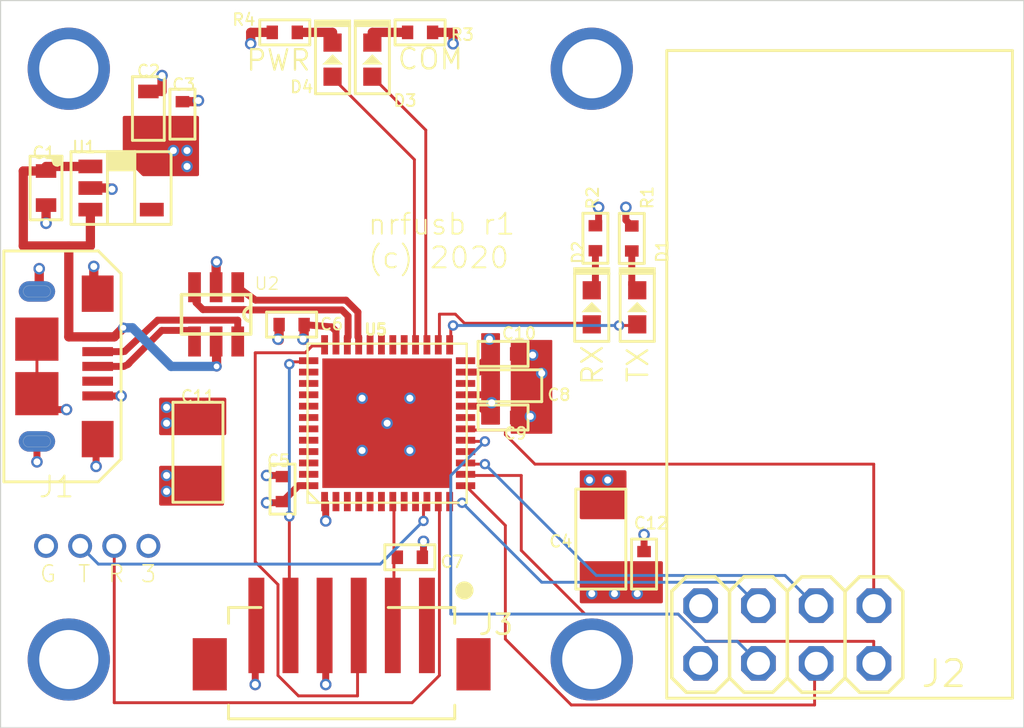
<source format=kicad_pcb>
(kicad_pcb (version 20221018) (generator pcbnew)
  (layers (0 "F.Cu" signal) (1 "In1.Cu" signal) (2 "In2.Cu" signal) (31 "B.Cu" signal) (34 "B.Paste" user) (35 "F.Paste" user) (36 "B.SilkS" user "B.Silkscreen") (37 "F.SilkS" user "F.Silkscreen") (38 "B.Mask" user) (39 "F.Mask" user) (44 "Edge.Cuts" user))
  (net 0 "")
  (net 1 "GND")
  (net 2 "VBUS")
  (net 3 "USB_D_N")
  (net 4 "USB_D_P")
  (net 5 "USB_F_N")
  (net 6 "USB_F_P")
  (net 7 "+3V3")
  (net 8 "NRST")
  (net 9 "SWCLK")
  (net 10 "SWDIO")
  (net 11 "N$3")
  (net 12 "N$4")
  (net 13 "N$5")
  (net 14 "N$6")
  (net 15 "LED_RF_TX")
  (net 16 "LED_RF_RX")
  (net 17 "LED_COM")
  (net 18 "LED_PWR")
  (net 19 "DEBUG_TX")
  (net 20 "DEBUG_RX")
  (net 21 "NRF_IRQ")
  (net 22 "NRF_MOSI")
  (net 23 "NRF_CS")
  (net 24 "NRF_MISO")
  (net 25 "NRF_SCK")
  (net 26 "NRF_CE")
  (footprint "nrfusb:R0402" (layer "F.Cu") (at 152.1611 99.4636 -90)
    (fp_text reference "R2")
    (fp_text value "220" hide)
  )
  (footprint "nrfusb:C0402" (layer "F.Cu") (at 154.3011 113.8036 90)
    (fp_text reference "C12")
    (fp_text value "0.1uF" hide)
  )
  (footprint "nrfusb:C1206" (layer "F.Cu") (at 134.6811 108.8836 -90)
    (fp_text reference "C11")
    (fp_text value "10uF" hide)
  )
  (footprint "nrfusb:24AWG_PAD" (layer "F.Cu") (at 131.0011 113.0036)
    (fp_text reference "DRX0" hide)
    (fp_text value "PAD24AWG_PAD" hide)
  )
  (footprint "nrfusb:C0402" (layer "F.Cu") (at 138.4011 110.5036 90)
    (fp_text reference "C5")
    (fp_text value "0.1uF" hide)
  )
  (footprint "nrfusb:C1206" (layer "F.Cu") (at 152.4011 112.7036 90)
    (fp_text reference "C4")
    (fp_text value "10uF" hide)
  )
  (footprint "nrfusb:LED0603" (layer "F.Cu") (at 154.0011 102.5036 -90)
    (fp_text reference "D1")
    (fp_text value "MF-LED-0603-GREEN" hide)
  )
  (footprint "nrfusb:C0603" (layer "F.Cu") (at 128.0011 97.2536 -90)
    (fp_text reference "C1")
    (fp_text value "1uF" hide)
  )
  (footprint "nrfusb:R0402" (layer "F.Cu") (at 138.5011 90.4036)
    (fp_text reference "R4")
    (fp_text value "220" hide)
  )
  (footprint "nrfusb:R0402" (layer "F.Cu") (at 153.7611 99.4736 -90)
    (fp_text reference "R1")
    (fp_text value "220" hide)
  )
  (footprint "nrfusb:M2.5MOUNT" (layer "F.Cu") (at 129.0011 118.0036)
    (fp_text reference "M3" hide)
    (fp_text value "MOUNT" hide)
  )
  (footprint "nrfusb:QFN50P700X700X60-49N" (layer "F.Cu") (at 143.0011 107.6036 90)
    (fp_text reference "U5")
    (fp_text value "STM32G474CEU6" hide)
  )
  (footprint "nrfusb:C0402" (layer "F.Cu") (at 148.1011 104.5536)
    (fp_text reference "C10")
    (fp_text value "0.1uF" hide)
  )
  (footprint "nrfusb:2X04" (layer "F.Cu") (at 160.6011 116.9036 180)
    (fp_text reference "J2")
    (fp_text value "")
  )
  (footprint "nrfusb:C0402" (layer "F.Cu") (at 144.0011 113.5036)
    (fp_text reference "C7")
    (fp_text value "0.1uF" hide)
  )
  (footprint "nrfusb:SOT23-6L" (layer "F.Cu") (at 135.4811 102.8136 -90)
    (fp_text reference "U2")
    (fp_text value "USBLC6-2SC6" hide)
  )
  (footprint "nrfusb:M2.5MOUNT" (layer "F.Cu") (at 129.0011 92.0036)
    (fp_text reference "M4" hide)
    (fp_text value "MOUNT" hide)
  )
  (footprint "nrfusb:C0402" (layer "F.Cu") (at 138.8011 103.2636 180)
    (fp_text reference "C6")
    (fp_text value "0.1uF" hide)
  )
  (footprint "nrfusb:MICROUSB-RIGHT" (layer "F.Cu") (at 129.0011 105.1036 -90)
    (fp_text reference "J1")
    (fp_text value "MF-CON-MICROUSB-RIGHT" hide)
    (fp_line (start -3.55 1.05) (end -3.55 1.75) (stroke (width 0.01)) (layer "Edge.Cuts"))
    (fp_line (start -3.05 1.75) (end -3.05 1.05) (stroke (width 0.01)) (layer "Edge.Cuts"))
    (fp_line (start 3.05 1.05) (end 3.05 1.75) (stroke (width 0.01)) (layer "Edge.Cuts"))
    (fp_line (start 3.55 1.75) (end 3.55 1.05) (stroke (width 0.01)) (layer "Edge.Cuts"))
    (fp_arc (start -3.55 1.05) (mid -3.476777 0.873223) (end -3.3 0.8) (stroke (width 0.01)) (layer "Edge.Cuts"))
    (fp_arc (start -3.3 0.8) (mid -3.123223 0.873223) (end -3.05 1.05) (stroke (width 0.01)) (layer "Edge.Cuts"))
    (fp_arc (start -3.3 2) (mid -3.476777 1.926777) (end -3.55 1.75) (stroke (width 0.01)) (layer "Edge.Cuts"))
    (fp_arc (start -3.05 1.75) (mid -3.123223 1.926777) (end -3.3 2) (stroke (width 0.01)) (layer "Edge.Cuts"))
    (fp_arc (start 3.05 1.05) (mid 3.123223 0.873223) (end 3.3 0.8) (stroke (width 0.01)) (layer "Edge.Cuts"))
    (fp_arc (start 3.3 0.8) (mid 3.476777 0.873223) (end 3.55 1.05) (stroke (width 0.01)) (layer "Edge.Cuts"))
    (fp_arc (start 3.3 2) (mid 3.123223 1.926777) (end 3.05 1.75) (stroke (width 0.01)) (layer "Edge.Cuts"))
    (fp_arc (start 3.55 1.75) (mid 3.476777 1.926777) (end 3.3 2) (stroke (width 0.01)) (layer "Edge.Cuts"))
  )
  (footprint "nrfusb:M2.5MOUNT" (layer "F.Cu") (at 152.0011 118.0036)
    (fp_text reference "M1" hide)
    (fp_text value "MOUNT" hide)
  )
  (footprint "nrfusb:24AWG_PAD" (layer "F.Cu") (at 132.5011 113.0036)
    (fp_text reference "D3V0" hide)
    (fp_text value "PAD24AWG_PAD" hide)
  )
  (footprint "nrfusb:24AWG_PAD" (layer "F.Cu") (at 129.5011 113.0036)
    (fp_text reference "DTX0" hide)
    (fp_text value "PAD24AWG_PAD" hide)
  )
  (footprint "nrfusb:C0402" (layer "F.Cu") (at 148.1011 107.3536)
    (fp_text reference "C9")
    (fp_text value "0.1uF" hide)
  )
  (footprint "nrfusb:JST_B6B-ZR-SM4-TF(LF)(SN)" (layer "F.Cu") (at 141.0011 118.5036 180)
    (fp_text reference "J3")
    (fp_text value "JST-ZH6SMT_VERT" hide)
  )
  (footprint "nrfusb:C0603" (layer "F.Cu") (at 132.5011 93.7536 90)
    (fp_text reference "C2")
    (fp_text value "1uF" hide)
  )
  (footprint "nrfusb:24AWG_PAD" (layer "F.Cu") (at 128.0011 113.0036)
    (fp_text reference "DGND0" hide)
    (fp_text value "PAD24AWG_PAD" hide)
  )
  (footprint "nrfusb:R0402" (layer "F.Cu") (at 144.4511 90.4036 180)
    (fp_text reference "R3")
    (fp_text value "220" hide)
  )
  (footprint "nrfusb:SOT-23-5" (layer "F.Cu") (at 131.3011 97.2536)
    (fp_text reference "U1")
    (fp_text value "MF-REG-SOT235-3.3V-300mA" hide)
  )
  (footprint "nrfusb:LED0603" (layer "F.Cu") (at 142.3511 91.6036 -90)
    (fp_text reference "D3")
    (fp_text value "MF-LED-0603-GREEN" hide)
  )
  (footprint "nrfusb:LED0603" (layer "F.Cu") (at 152.0011 102.5036 -90)
    (fp_text reference "D2")
    (fp_text value "MF-LED-0603-RED" hide)
  )
  (footprint "nrfusb:LED0603" (layer "F.Cu") (at 140.6011 91.6036 -90)
    (fp_text reference "D4")
    (fp_text value "MF-LED-0603-RED" hide)
  )
  (footprint "nrfusb:C0603" (layer "F.Cu") (at 148.4011 105.9536)
    (fp_text reference "C8")
    (fp_text value "1uF" hide)
  )
  (footprint "nrfusb:C0402" (layer "F.Cu") (at 134.0011 94.0036 90)
    (fp_text reference "C3")
    (fp_text value "0.1uF" hide)
  )
  (footprint "nrfusb:M2.5MOUNT" (layer "F.Cu") (at 152.0011 92.0036)
    (fp_text reference "M2" hide)
    (fp_text value "MOUNT" hide)
  )
  (gr_line (start 155.3011 119.7036) (end 155.3011 91.2036) (stroke (width 0.127)) (layer "F.SilkS"))
  (gr_line (start 170.5011 119.7036) (end 155.3011 119.7036) (stroke (width 0.127)) (layer "F.SilkS"))
  (gr_line (start 170.5011 91.2036) (end 170.5011 119.7036) (stroke (width 0.127)) (layer "F.SilkS"))
  (gr_line (start 155.3011 91.2036) (end 170.5011 91.2036) (stroke (width 0.127)) (layer "F.SilkS"))
  (gr_line (start 126.0011 89.0036) (end 126.0011 121.0036) (stroke (width 0.05)) (layer "Edge.Cuts"))
  (gr_line (start 126.0011 121.0036) (end 171.0011 121.0036) (stroke (width 0.05)) (layer "Edge.Cuts"))
  (gr_line (start 171.0011 89.0036) (end 126.0011 89.0036) (stroke (width 0.05)) (layer "Edge.Cuts"))
  (gr_line (start 171.0011 121.0036) (end 171.0011 89.0036) (stroke (width 0.05)) (layer "Edge.Cuts"))
  (gr_text "nrfusb r1\n(c) 2020" (at 142.1011 98.3036) (layer "F.SilkS") (effects (font (size 0.92 0.92) (thickness 0.08)) (justify left top)))
  (gr_text "T" (at 130.0011 113.8036) (layer "F.SilkS") (effects (font (size 0.736 0.736) (thickness 0.064)) (justify right top)))
  (gr_text "RX" (at 151.5011 104.1036 90) (layer "F.SilkS") (effects (font (size 0.9 0.9) (thickness 0.1)) (justify right top)))
  (gr_text "COM" (at 143.4011 92.1036) (layer "F.SilkS") (effects (font (size 0.9 0.9) (thickness 0.1)) (justify left bottom)))
  (gr_text "TX" (at 153.5011 104.2036 90) (layer "F.SilkS") (effects (font (size 0.9 0.9) (thickness 0.1)) (justify right top)))
  (gr_text "PWR" (at 139.7011 91.1036) (layer "F.SilkS") (effects (font (size 0.9 0.9) (thickness 0.1)) (justify right top)))
  (gr_text "R" (at 131.5011 113.8036) (layer "F.SilkS") (effects (font (size 0.736 0.736) (thickness 0.064)) (justify right top)))
  (gr_text "G" (at 128.5011 113.8036) (layer "F.SilkS") (effects (font (size 0.736 0.736) (thickness 0.064)) (justify right top)))
  (gr_text "3" (at 132.9011 113.8036) (layer "F.SilkS") (effects (font (size 0.736 0.736) (thickness 0.064)) (justify right top)))
  (segment (start 127.6011 103.9036) (end 127.5961 103.9036) (width 0.127) (layer "F.Cu") (net 1))
  (segment (start 127.5961 106.3036) (end 128.2961 107.0036) (width 0.3048) (layer "F.Cu") (net 1))
  (segment (start 130.2711 106.4036) (end 131.3011 106.4036) (width 0.3048) (layer "F.Cu") (net 1))
  (segment (start 127.7011 101.8036) (end 127.7011 100.8036) (width 0.4064) (layer "F.Cu") (net 1))
  (segment (start 127.6011 106.2036) (end 127.5961 106.3036) (width 0.127) (layer "F.Cu") (net 1))
  (segment (start 144.5511 113.5036) (end 144.6011 113.4536) (width 0.3048) (layer "F.Cu") (net 1))
  (segment (start 152.3011 98.7736) (end 152.3011 98.1036) (width 0.3048) (layer "F.Cu") (net 1))
  (segment (start 128.2961 107.0036) (end 128.9011 107.0036) (width 0.3048) (layer "F.Cu") (net 1))
  (segment (start 135.4811 101.6198) (end 135.4811 100.5236) (width 0.4064) (layer "F.Cu") (net 1))
  (segment (start 138.4011 109.9536) (end 138.3511 109.9036) (width 0.3048) (layer "F.Cu") (net 1))
  (segment (start 130.2711 108.3036) (end 130.2011 108.3736) (width 0.3048) (layer "F.Cu") (net 1))
  (segment (start 138.3511 109.9036) (end 137.7011 109.9036) (width 0.3048) (layer "F.Cu") (net 1))
  (segment (start 129.9511 97.2536) (end 130.9011 97.2536) (width 0.4064) (layer "F.Cu") (net 1))
  (segment (start 132.5011 93.0036) (end 133.1011 93.0036) (width 0.4064) (layer "F.Cu") (net 1))
  (segment (start 138.2511 103.9536) (end 138.2011 103.9036) (width 0.4064) (layer "F.Cu") (net 1))
  (segment (start 128.0011 98.0036) (end 128.0011 98.8036) (width 0.4064) (layer "F.Cu") (net 1))
  (segment (start 138.2511 103.2636) (end 138.2511 103.9536) (width 0.4064) (layer "F.Cu") (net 1))
  (segment (start 137.9511 90.4036) (end 137.0011 90.4036) (width 0.4064) (layer "F.Cu") (net 1))
  (segment (start 153.7611 98.9236) (end 153.5011 98.6636) (width 0.3048) (layer "F.Cu") (net 1))
  (segment (start 127.6011 101.8036) (end 127.7011 101.8036) (width 0.4064) (layer "F.Cu") (net 1))
  (segment (start 145.9011 90.4036) (end 145.9011 90.9036) (width 0.4064) (layer "F.Cu") (net 1))
  (segment (start 127.6011 106.2036) (end 127.6011 103.9036) (width 0.127) (layer "F.Cu") (net 1))
  (segment (start 130.9011 97.2536) (end 130.9011 97.3036) (width 0.4064) (layer "F.Cu") (net 1))
  (segment (start 137.0011 90.4036) (end 137.0011 90.9036) (width 0.4064) (layer "F.Cu") (net 1))
  (segment (start 135.4811 100.5236) (end 135.5011 100.5036) (width 0.4064) (layer "F.Cu") (net 1))
  (segment (start 134.7011 93.4536) (end 134.7011 93.4036) (width 0.4064) (layer "F.Cu") (net 1))
  (segment (start 154.3011 113.2536) (end 154.3011 112.5036) (width 0.3048) (layer "F.Cu") (net 1))
  (segment (start 145.0011 90.4036) (end 145.9011 90.4036) (width 0.4064) (layer "F.Cu") (net 1))
  (segment (start 130.1011 101.9036) (end 130.1011 100.7036) (width 0.4064) (layer "F.Cu") (net 1))
  (segment (start 140.3011 116.5536) (end 140.3011 119.1036) (width 0.3048) (layer "F.Cu") (net 1))
  (segment (start 134.0011 93.4536) (end 134.7011 93.4536) (width 0.4064) (layer "F.Cu") (net 1))
  (segment (start 130.2011 108.3736) (end 130.2011 109.5036) (width 0.3048) (layer "F.Cu") (net 1))
  (segment (start 153.5011 98.6636) (end 153.5011 98.1036) (width 0.3048) (layer "F.Cu") (net 1))
  (segment (start 144.6011 113.4536) (end 144.6011 112.8036) (width 0.3048) (layer "F.Cu") (net 1))
  (segment (start 140.2511 116.5036) (end 140.3011 116.5536) (width 0.3048) (layer "F.Cu") (net 1))
  (segment (start 133.1011 93.0036) (end 133.1011 92.3036) (width 0.4064) (layer "F.Cu") (net 1))
  (segment (start 152.1611 98.9136) (end 152.3011 98.7736) (width 0.3048) (layer "F.Cu") (net 1))
  (segment (start 127.6011 109.3036) (end 127.6011 108.4036) (width 0.3048) (layer "F.Cu") (net 1))
  (segment (start 130.2711 101.9036) (end 130.1011 101.9036) (width 0.4064) (layer "F.Cu") (net 1))
  (via (at 133.3011 110.6036) (size 0.508) (drill 0.3048) (layers "F.Cu" "B.Cu") (net 1))
  (via (at 144.0011 106.5036) (size 0.508) (drill 0.3048) (layers "F.Cu" "B.Cu") (net 1))
  (via (at 131.3011 106.4036) (size 0.508) (drill 0.3048) (layers "F.Cu" "B.Cu") (net 1))
  (via (at 137.7011 109.9036) (size 0.508) (drill 0.3048) (layers "F.Cu" "B.Cu") (net 1))
  (via (at 145.9011 90.9036) (size 0.508) (drill 0.3048) (layers "F.Cu" "B.Cu") (net 1))
  (via (at 130.1011 100.7036) (size 0.508) (drill 0.3048) (layers "F.Cu" "B.Cu") (net 1))
  (via (at 130.9011 97.3036) (size 0.508) (drill 0.3048) (layers "F.Cu" "B.Cu") (net 1))
  (via (at 152.7011 110.1036) (size 0.508) (drill 0.3048) (layers "F.Cu" "B.Cu") (net 1))
  (via (at 141.9011 108.8036) (size 0.508) (drill 0.3048) (layers "F.Cu" "B.Cu") (net 1))
  (via (at 143.0011 107.6036) (size 0.508) (drill 0.3048) (layers "F.Cu" "B.Cu") (net 1))
  (via (at 133.3011 109.9036) (size 0.508) (drill 0.3048) (layers "F.Cu" "B.Cu") (net 1))
  (via (at 152.3011 98.1036) (size 0.508) (drill 0.3048) (layers "F.Cu" "B.Cu") (net 1))
  (via (at 153.5011 98.1036) (size 0.508) (drill 0.3048) (layers "F.Cu" "B.Cu") (net 1))
  (via (at 149.3011 107.3036) (size 0.508) (drill 0.3048) (layers "F.Cu" "B.Cu") (net 1))
  (via (at 144.0011 108.8036) (size 0.508) (drill 0.3048) (layers "F.Cu" "B.Cu") (net 1))
  (via (at 135.5011 100.5036) (size 0.508) (drill 0.3048) (layers "F.Cu" "B.Cu") (net 1))
  (via (at 130.2011 109.5036) (size 0.508) (drill 0.3048) (layers "F.Cu" "B.Cu") (net 1))
  (via (at 151.9011 110.1036) (size 0.508) (drill 0.3048) (layers "F.Cu" "B.Cu") (net 1))
  (via (at 128.9011 107.0036) (size 0.508) (drill 0.3048) (layers "F.Cu" "B.Cu") (net 1))
  (via (at 140.3011 119.1036) (size 0.508) (drill 0.3048) (layers "F.Cu" "B.Cu") (net 1))
  (via (at 127.6011 109.3036) (size 0.508) (drill 0.3048) (layers "F.Cu" "B.Cu") (net 1))
  (via (at 141.9011 106.5036) (size 0.508) (drill 0.3048) (layers "F.Cu" "B.Cu") (net 1))
  (via (at 144.6011 112.8036) (size 0.508) (drill 0.3048) (layers "F.Cu" "B.Cu") (net 1))
  (via (at 134.7011 93.4036) (size 0.508) (drill 0.3048) (layers "F.Cu" "B.Cu") (net 1))
  (via (at 149.8011 105.4036) (size 0.508) (drill 0.3048) (layers "F.Cu" "B.Cu") (net 1))
  (via (at 127.7011 100.8036) (size 0.508) (drill 0.3048) (layers "F.Cu" "B.Cu") (net 1))
  (via (at 154.3011 112.5036) (size 0.508) (drill 0.3048) (layers "F.Cu" "B.Cu") (net 1))
  (via (at 138.2011 103.9036) (size 0.508) (drill 0.3048) (layers "F.Cu" "B.Cu") (net 1))
  (via (at 133.1011 92.3036) (size 0.508) (drill 0.3048) (layers "F.Cu" "B.Cu") (net 1))
  (via (at 128.0011 98.8036) (size 0.508) (drill 0.3048) (layers "F.Cu" "B.Cu") (net 1))
  (via (at 137.0011 90.9036) (size 0.508) (drill 0.3048) (layers "F.Cu" "B.Cu") (net 1))
  (via (at 149.4011 104.6036) (size 0.508) (drill 0.3048) (layers "F.Cu" "B.Cu") (net 1))
  (segment (start 129.0011 99.8036) (end 129.9511 99.8036) (width 0.4064) (layer "F.Cu") (net 2))
  (segment (start 131.0011 103.8036) (end 131.4011 103.4036) (width 0.4064) (layer "F.Cu") (net 2))
  (segment (start 127.0011 96.5036) (end 128.0011 96.5036) (width 0.4064) (layer "F.Cu") (net 2))
  (segment (start 129.9511 99.8036) (end 129.9511 98.2036) (width 0.4064) (layer "F.Cu") (net 2))
  (segment (start 129.0011 103.8036) (end 129.0011 99.8036) (width 0.4064) (layer "F.Cu") (net 2))
  (segment (start 129.9511 96.3036) (end 128.0011 96.3036) (width 0.4064) (layer "F.Cu") (net 2))
  (segment (start 127.0011 99.8036) (end 127.0011 96.5036) (width 0.4064) (layer "F.Cu") (net 2))
  (segment (start 129.0011 99.8036) (end 127.0011 99.8036) (width 0.4064) (layer "F.Cu") (net 2))
  (segment (start 130.2711 103.8036) (end 129.0011 103.8036) (width 0.4064) (layer "F.Cu") (net 2))
  (segment (start 128.0011 96.3036) (end 128.0011 96.5036) (width 0.4064) (layer "F.Cu") (net 2))
  (segment (start 130.2711 103.8036) (end 131.0011 103.8036) (width 0.4064) (layer "F.Cu") (net 2))
  (segment (start 135.5011 104.0274) (end 135.4811 104.0074) (width 0.4064) (layer "F.Cu") (net 2))
  (segment (start 135.5011 105.1036) (end 135.5011 104.0274) (width 0.4064) (layer "F.Cu") (net 2))
  (via (at 135.5011 105.1036) (size 0.4572) (drill 0.254) (layers "F.Cu" "B.Cu") (net 2))
  (via (at 131.4011 103.4036) (size 0.4572) (drill 0.254) (layers "F.Cu" "B.Cu") (net 2))
  (segment (start 131.4011 103.4036) (end 131.8011 103.4036) (width 0.4064) (layer "B.Cu") (net 2))
  (segment (start 131.8011 103.4036) (end 133.5011 105.1036) (width 0.4064) (layer "B.Cu") (net 2))
  (segment (start 133.5011 105.1036) (end 135.5011 105.1036) (width 0.4064) (layer "B.Cu") (net 2))
  (segment (start 131.367 104.4536) (end 131.456384 104.442985) (width 0.3048) (layer "F.Cu") (net 3))
  (segment (start 136.4311 103.0677) (end 136.4311 104.0074) (width 0.3048) (layer "F.Cu") (net 3))
  (segment (start 130.2711 104.4536) (end 131.367 104.4536) (width 0.3048) (layer "F.Cu") (net 3))
  (segment (start 132.911668 103.0677) (end 136.4311 103.0677) (width 0.3048) (layer "F.Cu") (net 3))
  (segment (start 131.456384 104.442985) (end 132.911668 103.0677) (width 0.3048) (layer "F.Cu") (net 3))
  (segment (start 133.090531 103.5195) (end 134.5311 103.5195) (width 0.3048) (layer "F.Cu") (net 4))
  (segment (start 134.5311 103.5195) (end 134.5311 104.0074) (width 0.3048) (layer "F.Cu") (net 4))
  (segment (start 131.6011 105.0195) (end 131.653765 104.966835) (width 0.3048) (layer "F.Cu") (net 4))
  (segment (start 131.653765 104.966835) (end 131.653765 104.956266) (width 0.3048) (layer "F.Cu") (net 4))
  (segment (start 131.653765 104.956266) (end 133.090531 103.5195) (width 0.3048) (layer "F.Cu") (net 4))
  (segment (start 131.417 105.1036) (end 131.6011 105.0195) (width 0.3048) (layer "F.Cu") (net 4))
  (segment (start 130.2711 105.1036) (end 131.417 105.1036) (width 0.3048) (layer "F.Cu") (net 4))
  (segment (start 141.190531 102.1877) (end 141.717 102.714169) (width 0.3048) (layer "F.Cu") (net 5))
  (segment (start 141.7511 103.8377) (end 141.7511 104.1536) (width 0.3048) (layer "F.Cu") (net 5))
  (segment (start 136.4311 101.6198) (end 137.2149 102.1877) (width 0.3048) (layer "F.Cu") (net 5))
  (segment (start 141.717 103.8036) (end 141.7511 103.8377) (width 0.3048) (layer "F.Cu") (net 5))
  (segment (start 137.2149 102.1877) (end 141.190531 102.1877) (width 0.3048) (layer "F.Cu") (net 5))
  (segment (start 141.717 102.714169) (end 141.717 103.8036) (width 0.3048) (layer "F.Cu") (net 5))
  (segment (start 141.2852 103.8036) (end 141.2511 103.8377) (width 0.3048) (layer "F.Cu") (net 6))
  (segment (start 141.011668 102.6195) (end 141.2852 102.893032) (width 0.3048) (layer "F.Cu") (net 6))
  (segment (start 134.6011 102.3036) (end 134.9011 102.6036) (width 0.3048) (layer "F.Cu") (net 6))
  (segment (start 134.5311 101.6198) (end 134.6011 101.6898) (width 0.3048) (layer "F.Cu") (net 6))
  (segment (start 136.9011 102.6195) (end 141.011668 102.6195) (width 0.3048) (layer "F.Cu") (net 6))
  (segment (start 134.9011 102.6036) (end 136.7011 102.6036) (width 0.3048) (layer "F.Cu") (net 6))
  (segment (start 141.2511 103.8377) (end 141.2511 104.1536) (width 0.3048) (layer "F.Cu") (net 6))
  (segment (start 134.6011 101.6898) (end 134.6011 102.3036) (width 0.3048) (layer "F.Cu") (net 6))
  (segment (start 136.7011 102.6036) (end 136.9011 102.6195) (width 0.3048) (layer "F.Cu") (net 6))
  (segment (start 141.2852 102.893032) (end 141.2852 103.8036) (width 0.3048) (layer "F.Cu") (net 6))
  (segment (start 147.2011 104.9036) (end 147.5511 104.5536) (width 0.3048) (layer "F.Cu") (net 7))
  (segment (start 140.5611 103.3636) (end 140.7511 103.5536) (width 0.3048) (layer "F.Cu") (net 7))
  (segment (start 140.2511 111.0536) (end 140.3011 111.1036) (width 0.3048) (layer "F.Cu") (net 7))
  (segment (start 139.1011 110.3536) (end 139.5511 110.3536) (width 0.3048) (layer "F.Cu") (net 7))
  (segment (start 138.3511 111.1036) (end 137.7011 111.1036) (width 0.3048) (layer "F.Cu") (net 7))
  (segment (start 146.4511 106.3536) (end 147.2511 106.3536) (width 0.3048) (layer "F.Cu") (net 7))
  (segment (start 139.3511 103.2636) (end 140.5611 103.3636) (width 0.3048) (layer "F.Cu") (net 7))
  (segment (start 138.4011 111.0536) (end 139.1011 110.3536) (width 0.3048) (layer "F.Cu") (net 7))
  (segment (start 147.0511 105.3536) (end 147.2011 105.2036) (width 0.3048) (layer "F.Cu") (net 7))
  (segment (start 147.2011 105.2036) (end 147.2011 104.9036) (width 0.3048) (layer "F.Cu") (net 7))
  (segment (start 139.3511 103.9536) (end 139.3011 103.9036) (width 0.4064) (layer "F.Cu") (net 7))
  (segment (start 146.4511 106.8536) (end 147.0511 106.8536) (width 0.3048) (layer "F.Cu") (net 7))
  (segment (start 147.2511 106.3536) (end 147.6511 105.9536) (width 0.3048) (layer "F.Cu") (net 7))
  (segment (start 137.2511 116.5036) (end 137.2011 116.5536) (width 0.3048) (layer "F.Cu") (net 7))
  (segment (start 137.2011 116.5536) (end 137.2011 119.1036) (width 0.3048) (layer "F.Cu") (net 7))
  (segment (start 140.7511 103.5536) (end 140.7511 104.1536) (width 0.3048) (layer "F.Cu") (net 7))
  (segment (start 147.0511 106.8536) (end 147.5511 107.3536) (width 0.3048) (layer "F.Cu") (net 7))
  (segment (start 146.4511 105.3536) (end 147.0511 105.3536) (width 0.3048) (layer "F.Cu") (net 7))
  (segment (start 139.3511 103.2636) (end 139.3511 103.9536) (width 0.4064) (layer "F.Cu") (net 7))
  (segment (start 140.3011 111.1036) (end 140.3011 111.9036) (width 0.3048) (layer "F.Cu") (net 7))
  (segment (start 138.4011 111.0536) (end 138.3511 111.1036) (width 0.3048) (layer "F.Cu") (net 7))
  (via (at 147.6011 106.7036) (size 0.508) (drill 0.3048) (layers "F.Cu" "B.Cu") (net 7))
  (via (at 134.2011 96.3036) (size 0.508) (drill 0.3048) (layers "F.Cu" "B.Cu") (net 7))
  (via (at 133.3011 107.6036) (size 0.508) (drill 0.3048) (layers "F.Cu" "B.Cu") (net 7))
  (via (at 133.3011 106.9036) (size 0.508) (drill 0.3048) (layers "F.Cu" "B.Cu") (net 7))
  (via (at 137.7011 111.1036) (size 0.508) (drill 0.3048) (layers "F.Cu" "B.Cu") (net 7))
  (via (at 147.5011 103.9036) (size 0.508) (drill 0.3048) (layers "F.Cu" "B.Cu") (net 7))
  (via (at 153.0011 115.1036) (size 0.508) (drill 0.3048) (layers "F.Cu" "B.Cu") (net 7))
  (via (at 154.0011 115.1036) (size 0.508) (drill 0.3048) (layers "F.Cu" "B.Cu") (net 7))
  (via (at 140.3011 111.9036) (size 0.508) (drill 0.3048) (layers "F.Cu" "B.Cu") (net 7))
  (via (at 134.2011 95.6036) (size 0.508) (drill 0.3048) (layers "F.Cu" "B.Cu") (net 7))
  (via (at 139.3011 103.9036) (size 0.508) (drill 0.3048) (layers "F.Cu" "B.Cu") (net 7))
  (via (at 133.6011 95.6036) (size 0.508) (drill 0.3048) (layers "F.Cu" "B.Cu") (net 7))
  (via (at 152.0011 115.1036) (size 0.508) (drill 0.3048) (layers "F.Cu" "B.Cu") (net 7))
  (via (at 137.2011 119.1036) (size 0.508) (drill 0.3048) (layers "F.Cu" "B.Cu") (net 7))
  (segment (start 143.4011 113.5036) (end 143.4511 113.5036) (width 0.127) (layer "F.Cu") (net 8))
  (segment (start 143.3011 111.1036) (end 143.3011 113.4036) (width 0.127) (layer "F.Cu") (net 8))
  (segment (start 143.3011 113.6036) (end 143.4011 113.5036) (width 0.127) (layer "F.Cu") (net 8))
  (segment (start 143.3011 113.4036) (end 143.4011 113.5036) (width 0.127) (layer "F.Cu") (net 8))
  (segment (start 143.3011 116.5036) (end 143.2511 116.5036) (width 0.127) (layer "F.Cu") (net 8))
  (segment (start 143.3011 116.5036) (end 143.3011 113.6036) (width 0.127) (layer "F.Cu") (net 8))
  (segment (start 143.3011 111.1036) (end 143.2511 111.0536) (width 0.127) (layer "F.Cu") (net 8))
  (segment (start 138.7011 116.5036) (end 138.7511 116.5036) (width 0.127) (layer "F.Cu") (net 9))
  (segment (start 138.7011 105.0036) (end 138.7011 104.9036) (width 0.127) (layer "F.Cu") (net 9))
  (segment (start 139.5011 104.9036) (end 139.5511 104.8536) (width 0.127) (layer "F.Cu") (net 9))
  (segment (start 138.7011 104.9036) (end 139.5011 104.9036) (width 0.127) (layer "F.Cu") (net 9))
  (segment (start 138.7011 116.5036) (end 138.7011 111.7036) (width 0.127) (layer "F.Cu") (net 9))
  (via (at 138.7011 111.7036) (size 0.4572) (drill 0.254) (layers "F.Cu" "B.Cu") (net 9))
  (via (at 138.7011 105.0036) (size 0.4572) (drill 0.254) (layers "F.Cu" "B.Cu") (net 9))
  (segment (start 138.7011 111.7036) (end 138.7011 105.0036) (width 0.127) (layer "B.Cu") (net 9))
  (segment (start 137.2011 104.5036) (end 139.4011 104.5036) (width 0.127) (layer "F.Cu") (net 10))
  (segment (start 137.2011 113.7036) (end 137.2011 104.5036) (width 0.127) (layer "F.Cu") (net 10))
  (segment (start 140.2011 104.2036) (end 140.2511 104.1536) (width 0.127) (layer "F.Cu") (net 10))
  (segment (start 141.7011 116.5036) (end 141.7511 116.5036) (width 0.127) (layer "F.Cu") (net 10))
  (segment (start 141.7011 119.6036) (end 139.1011 119.6036) (width 0.127) (layer "F.Cu") (net 10))
  (segment (start 139.4011 104.5036) (end 139.7011 104.2036) (width 0.127) (layer "F.Cu") (net 10))
  (segment (start 138.2011 114.7036) (end 137.2011 113.7036) (width 0.127) (layer "F.Cu") (net 10))
  (segment (start 139.7011 104.2036) (end 140.2011 104.2036) (width 0.127) (layer "F.Cu") (net 10))
  (segment (start 141.7011 116.5036) (end 141.7011 119.6036) (width 0.127) (layer "F.Cu") (net 10))
  (segment (start 138.2011 118.7036) (end 138.2011 114.7036) (width 0.127) (layer "F.Cu") (net 10))
  (segment (start 139.1011 119.6036) (end 138.2011 118.7036) (width 0.127) (layer "F.Cu") (net 10))
  (segment (start 154.0011 101.7536) (end 153.7611 101.5136) (width 0.3048) (layer "F.Cu") (net 11))
  (segment (start 153.7611 101.5136) (end 153.7611 100.0236) (width 0.3048) (layer "F.Cu") (net 11))
  (segment (start 152.1611 101.5936) (end 152.1611 100.0136) (width 0.3048) (layer "F.Cu") (net 12))
  (segment (start 152.0011 101.7536) (end 152.1611 101.5936) (width 0.3048) (layer "F.Cu") (net 12))
  (segment (start 142.3511 90.4036) (end 142.3511 90.8536) (width 0.4064) (layer "F.Cu") (net 13))
  (segment (start 143.9011 90.4036) (end 142.3511 90.4036) (width 0.4064) (layer "F.Cu") (net 13))
  (segment (start 140.6011 90.4036) (end 140.6011 90.8536) (width 0.4064) (layer "F.Cu") (net 14))
  (segment (start 139.0511 90.4036) (end 140.6011 90.4036) (width 0.4064) (layer "F.Cu") (net 14))
  (segment (start 153.2011 103.3036) (end 154.0011 103.3036) (width 0.127) (layer "F.Cu") (net 15))
  (segment (start 145.8011 104.1036) (end 145.7511 104.1536) (width 0.127) (layer "F.Cu") (net 15))
  (segment (start 145.8011 103.4036) (end 145.9011 103.3036) (width 0.127) (layer "F.Cu") (net 15))
  (segment (start 145.8011 104.1036) (end 145.8011 103.4036) (width 0.127) (layer "F.Cu") (net 15))
  (segment (start 154.0011 103.3036) (end 154.0011 103.2536) (width 0.127) (layer "F.Cu") (net 15))
  (via (at 153.2011 103.3036) (size 0.4572) (drill 0.254) (layers "F.Cu" "B.Cu") (net 15))
  (via (at 145.9011 103.3036) (size 0.4572) (drill 0.254) (layers "F.Cu" "B.Cu") (net 15))
  (segment (start 145.9011 103.3036) (end 153.2011 103.3036) (width 0.127) (layer "B.Cu") (net 15))
  (segment (start 145.3011 104.1036) (end 145.2511 104.1536) (width 0.127) (layer "F.Cu") (net 16))
  (segment (start 145.3011 104.1036) (end 145.3011 102.8036) (width 0.127) (layer "F.Cu") (net 16))
  (segment (start 146.0011 102.8036) (end 146.4011 103.2036) (width 0.127) (layer "F.Cu") (net 16))
  (segment (start 152.0011 103.2036) (end 152.0011 103.2536) (width 0.127) (layer "F.Cu") (net 16))
  (segment (start 145.3011 102.8036) (end 146.0011 102.8036) (width 0.127) (layer "F.Cu") (net 16))
  (segment (start 146.4011 103.2036) (end 152.0011 103.2036) (width 0.127) (layer "F.Cu") (net 16))
  (segment (start 144.7011 104.1036) (end 144.7011 94.7036) (width 0.127) (layer "F.Cu") (net 17))
  (segment (start 144.7011 94.7036) (end 142.3511 92.3536) (width 0.127) (layer "F.Cu") (net 17))
  (segment (start 144.7011 104.1036) (end 144.7511 104.1536) (width 0.127) (layer "F.Cu") (net 17))
  (segment (start 144.2011 104.1036) (end 144.2011 96.0036) (width 0.127) (layer "F.Cu") (net 18))
  (segment (start 144.2011 96.0036) (end 140.6011 92.4036) (width 0.127) (layer "F.Cu") (net 18))
  (segment (start 140.6011 92.4036) (end 140.6011 92.3536) (width 0.127) (layer "F.Cu") (net 18))
  (segment (start 144.2011 104.1036) (end 144.2511 104.1536) (width 0.127) (layer "F.Cu") (net 18))
  (segment (start 144.6011 111.2036) (end 144.7511 111.0536) (width 0.127) (layer "F.Cu") (net 19))
  (segment (start 144.6011 111.9036) (end 144.6011 111.2036) (width 0.127) (layer "F.Cu") (net 19))
  (via (at 144.6011 111.9036) (size 0.4572) (drill 0.254) (layers "F.Cu" "B.Cu") (net 19))
  (segment (start 130.3011 113.8036) (end 142.7011 113.8036) (width 0.127) (layer "B.Cu") (net 19))
  (segment (start 129.5011 113.0036) (end 130.3011 113.8036) (width 0.127) (layer "B.Cu") (net 19))
  (segment (start 142.7011 113.8036) (end 144.6011 111.9036) (width 0.127) (layer "B.Cu") (net 19))
  (segment (start 131.0011 119.9036) (end 144.1011 119.9036) (width 0.127) (layer "F.Cu") (net 20))
  (segment (start 145.3011 118.7036) (end 145.3011 111.1036) (width 0.127) (layer "F.Cu") (net 20))
  (segment (start 144.1011 119.9036) (end 145.3011 118.7036) (width 0.127) (layer "F.Cu") (net 20))
  (segment (start 145.3011 111.1036) (end 145.2511 111.0536) (width 0.127) (layer "F.Cu") (net 20))
  (segment (start 131.0011 113.0036) (end 131.0011 119.9036) (width 0.127) (layer "F.Cu") (net 20))
  (segment (start 164.4011 109.4036) (end 149.5011 109.4036) (width 0.127) (layer "F.Cu") (net 21))
  (segment (start 164.4011 115.6036) (end 164.4011 109.4036) (width 0.127) (layer "F.Cu") (net 21))
  (segment (start 146.5011 107.9036) (end 146.4511 107.8536) (width 0.127) (layer "F.Cu") (net 21))
  (segment (start 148.2011 107.9036) (end 146.5011 107.9036) (width 0.127) (layer "F.Cu") (net 21))
  (segment (start 149.5011 109.4036) (end 148.2011 108.1036) (width 0.127) (layer "F.Cu") (net 21))
  (segment (start 148.2011 108.1036) (end 148.2011 107.9036) (width 0.127) (layer "F.Cu") (net 21))
  (segment (start 164.4011 115.6036) (end 164.4111 115.6336) (width 0.127) (layer "F.Cu") (net 21))
  (segment (start 147.3011 109.4036) (end 146.5011 109.4036) (width 0.127) (layer "F.Cu") (net 22))
  (segment (start 146.5011 109.4036) (end 146.4511 109.3536) (width 0.127) (layer "F.Cu") (net 22))
  (via (at 147.3011 109.4036) (size 0.4572) (drill 0.254) (layers "F.Cu" "B.Cu") (net 22))
  (segment (start 161.8011 115.6036) (end 160.5011 114.3036) (width 0.127) (layer "B.Cu") (net 22))
  (segment (start 161.8011 115.6036) (end 161.8711 115.6336) (width 0.127) (layer "B.Cu") (net 22))
  (segment (start 152.2011 114.3036) (end 147.3011 109.4036) (width 0.127) (layer "B.Cu") (net 22))
  (segment (start 160.5011 114.3036) (end 152.2011 114.3036) (width 0.127) (layer "B.Cu") (net 22))
  (segment (start 145.8011 111.1036) (end 145.7511 111.0536) (width 0.127) (layer "F.Cu") (net 23))
  (segment (start 146.3011 111.1036) (end 145.8011 111.1036) (width 0.127) (layer "F.Cu") (net 23))
  (via (at 146.3011 111.1036) (size 0.4572) (drill 0.254) (layers "F.Cu" "B.Cu") (net 23))
  (segment (start 149.8011 114.6036) (end 146.3011 111.1036) (width 0.127) (layer "B.Cu") (net 23))
  (segment (start 158.3011 114.6036) (end 149.8011 114.6036) (width 0.127) (layer "B.Cu") (net 23))
  (segment (start 159.3311 115.6336) (end 158.3011 114.6036) (width 0.127) (layer "B.Cu") (net 23))
  (segment (start 151.7011 116.0036) (end 148.9011 113.2036) (width 0.127) (layer "F.Cu") (net 24))
  (segment (start 146.5011 109.9036) (end 146.4511 109.8536) (width 0.127) (layer "F.Cu") (net 24))
  (segment (start 148.9011 109.9036) (end 146.5011 109.9036) (width 0.127) (layer "F.Cu") (net 24))
  (segment (start 157.0011 117.2036) (end 155.8011 116.0036) (width 0.127) (layer "F.Cu") (net 24))
  (segment (start 164.4011 118.1036) (end 164.4011 117.2036) (width 0.127) (layer "F.Cu") (net 24))
  (segment (start 155.8011 116.0036) (end 151.7011 116.0036) (width 0.127) (layer "F.Cu") (net 24))
  (segment (start 164.4011 118.1036) (end 164.4111 118.1736) (width 0.127) (layer "F.Cu") (net 24))
  (segment (start 148.9011 113.2036) (end 148.9011 109.9036) (width 0.127) (layer "F.Cu") (net 24))
  (segment (start 164.4011 117.2036) (end 157.0011 117.2036) (width 0.127) (layer "F.Cu") (net 24))
  (segment (start 161.8011 118.2036) (end 161.8711 118.1736) (width 0.127) (layer "F.Cu") (net 25))
  (segment (start 148.2011 112.1036) (end 146.4511 110.3536) (width 0.127) (layer "F.Cu") (net 25))
  (segment (start 161.8011 118.2036) (end 161.8011 120.0036) (width 0.127) (layer "F.Cu") (net 25))
  (segment (start 161.8011 120.0036) (end 151.1011 120.0036) (width 0.127) (layer "F.Cu") (net 25))
  (segment (start 148.2011 117.1036) (end 148.2011 112.1036) (width 0.127) (layer "F.Cu") (net 25))
  (segment (start 151.1011 120.0036) (end 148.2011 117.1036) (width 0.127) (layer "F.Cu") (net 25))
  (segment (start 146.5011 108.4036) (end 146.4511 108.3536) (width 0.127) (layer "F.Cu") (net 26))
  (segment (start 147.3011 108.4036) (end 146.5011 108.4036) (width 0.127) (layer "F.Cu") (net 26))
  (via (at 147.3011 108.4036) (size 0.4572) (drill 0.254) (layers "F.Cu" "B.Cu") (net 26))
  (segment (start 159.3011 118.1036) (end 158.4011 117.2036) (width 0.127) (layer "B.Cu") (net 26))
  (segment (start 155.8011 116.0036) (end 145.8011 116.0036) (width 0.127) (layer "B.Cu") (net 26))
  (segment (start 158.4011 117.2036) (end 157.0011 117.2036) (width 0.127) (layer "B.Cu") (net 26))
  (segment (start 157.0011 117.2036) (end 155.8011 116.0036) (width 0.127) (layer "B.Cu") (net 26))
  (segment (start 145.8011 116.0036) (end 145.8011 109.9036) (width 0.127) (layer "B.Cu") (net 26))
  (segment (start 145.8011 109.9036) (end 147.3011 108.4036) (width 0.127) (layer "B.Cu") (net 26))
  (segment (start 159.3011 118.1036) (end 159.3311 118.1736) (width 0.127) (layer "B.Cu") (net 26))
  (zone (net 1) (net_name "GND") (layer "F.Cu") (priority 6) (connect_pads yes (clearance 0.000001)) (min_thickness 0.0635) (fill yes (thermal_gap 0.508) (thermal_bridge_width 0.508) (island_removal_mode 2) (island_area_min 10))
    (polygon (pts (xy 150.2646 108.0671) (xy 148.4376 108.0671) (xy 148.4376 103.9401) (xy 150.2646 103.9401)))
  )
  (zone (net 7) (net_name "+3V3") (layer "F.Cu") (priority 6) (connect_pads yes (clearance 0.000001)) (min_thickness 0.127) (fill yes (thermal_gap 0.508) (thermal_bridge_width 0.508) (island_removal_mode 2) (island_area_min 10))
    (polygon (pts (xy 155.1281 115.5306) (xy 151.4741 115.5306) (xy 151.4741 113.6766) (xy 155.1281 113.6766)))
  )
  (zone (net 7) (net_name "+3V3") (layer "F.Cu") (priority 6) (connect_pads yes (clearance 0.000001)) (min_thickness 0.127) (fill yes (thermal_gap 0.508) (thermal_bridge_width 0.508) (island_removal_mode 2) (island_area_min 10))
    (polygon (pts (xy 134.7281 96.7306) (xy 132.248495 96.7306) (xy 131.3741 95.856205) (xy 131.3741 94.0766) (xy 134.7281 94.0766)))
  )
  (zone (net 7) (net_name "+3V3") (layer "F.Cu") (priority 6) (connect_pads yes (clearance 0.000001)) (min_thickness 0.127) (fill yes (thermal_gap 0.508) (thermal_bridge_width 0.508) (island_removal_mode 2) (island_area_min 10))
    (polygon (pts (xy 135.9281 108.1306) (xy 132.9741 108.1306) (xy 132.9741 106.4766) (xy 135.9281 106.4766)))
  )
  (zone (net 1) (net_name "GND") (layer "F.Cu") (priority 6) (connect_pads yes (clearance 0.000001)) (min_thickness 0.127) (fill yes (thermal_gap 0.508) (thermal_bridge_width 0.508) (island_removal_mode 2) (island_area_min 10))
    (polygon (pts (xy 153.5281 111.8306) (xy 151.4741 111.8306) (xy 151.4741 109.6766) (xy 153.5281 109.6766)))
  )
  (zone (net 1) (net_name "GND") (layer "F.Cu") (priority 6) (connect_pads yes (clearance 0.000001)) (min_thickness 0.127) (fill yes (thermal_gap 0.508) (thermal_bridge_width 0.508) (island_removal_mode 2) (island_area_min 10))
    (polygon (pts (xy 135.8281 111.2306) (xy 132.9741 111.2306) (xy 132.9741 109.4766) (xy 135.8281 109.4766)))
  )
  (zone (net 7) (net_name "+3V3") (layer "F.Cu") (priority 6) (connect_pads yes (clearance 0.000001)) (min_thickness 0.0635) (fill yes (thermal_gap 0.508) (thermal_bridge_width 0.508) (island_removal_mode 2) (island_area_min 10))
    (polygon (pts (xy 147.9646 107.6671) (xy 147.1376 107.6671) (xy 147.1376 103.6401) (xy 147.9646 103.6401)))
  )
)
</source>
